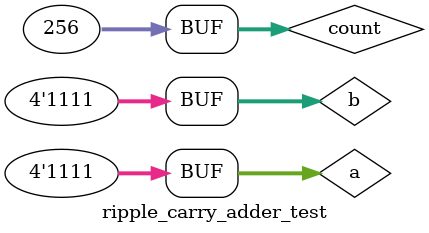
<source format=v>
module ripple_carry_adder (  
input [3:0] a,
  input [3:0] b,
  output [3:0] sum,
  output Cout
);

  wire c0, c1, c2;
 
  full_adder FA0(a[0], b[0],1'b0, sum[0], c0);
  full_adder FA1(a[1], b[1], c0, sum[1], c1);
  full_adder FA2(a[2], b[2], c1, sum[2], c2);
  full_adder FA3(a[3], b[3], c2, sum[3], Cout);

endmodule

module half_adder(
  input a,
  input b,
  output sum,
  output Cout
);
xor x1(sum,a,b);
  and a1(Cout,a,b);

endmodule

module full_adder(
  input a,b,Cin,
  output sum,Cout
);

    wire s1,c1,s2,c2;

  half_adder ha0(a,b,s1,c1);
  half_adder ha1(s1,Cin,sum,c2);

  or(Cout,c1,c2);
 
endmodule
  



//TESTBENCH

module ripple_carry_adder_test();
  reg [3:0] a;
  reg [3:0] b;
  wire [3:0] sum;
  wire Cout;
 
  ripple_carry_adder a1(.a(a),.b(b),.sum(sum),.Cout(Cout));
  integer count;
 
  initial begin
 
    for(count=0;count<256;count=count+1)
      begin
        {a,b}=count;
        #20;
      end
  end

endmodule

</source>
